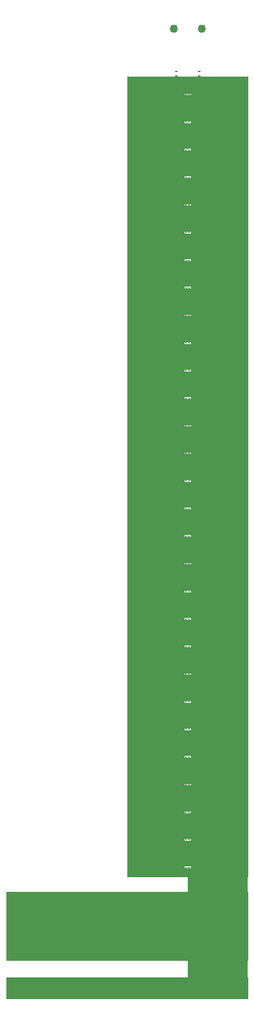
<source format=gts>
G04*
G04 #@! TF.GenerationSoftware,Altium Limited,Altium Designer,25.3.3 (18)*
G04*
G04 Layer_Color=8388736*
%FSLAX25Y25*%
%MOIN*%
G70*
G04*
G04 #@! TF.SameCoordinates,C26FD52E-3306-4ED3-9720-8CB08B7D1827*
G04*
G04*
G04 #@! TF.FilePolarity,Negative*
G04*
G01*
G75*
%ADD11R,0.01417X0.00866*%
%ADD12R,0.00799X0.00898*%
%ADD13R,1.26805X0.11811*%
%ADD14R,0.31701X0.60500*%
%ADD15R,1.26805X0.36181*%
%ADD16C,0.04343*%
G36*
X229305Y570410D02*
Y556000D01*
Y541589D01*
Y527179D01*
Y512768D01*
Y498358D01*
Y483947D01*
Y469537D01*
Y455126D01*
Y440716D01*
Y426306D01*
Y411895D01*
Y397485D01*
Y383074D01*
Y368664D01*
Y354253D01*
Y339843D01*
Y325432D01*
Y311022D01*
Y296611D01*
Y282201D01*
Y267791D01*
Y253380D01*
Y238970D01*
Y224559D01*
Y210149D01*
Y195738D01*
Y181328D01*
Y166917D01*
X165902D01*
Y181328D01*
Y195738D01*
Y210149D01*
Y224559D01*
Y238970D01*
Y253380D01*
Y267791D01*
Y282201D01*
Y296611D01*
Y311022D01*
Y325432D01*
Y339843D01*
Y354253D01*
Y368664D01*
Y383074D01*
Y397485D01*
Y411895D01*
Y426306D01*
Y440716D01*
Y455126D01*
Y469537D01*
Y483947D01*
Y498358D01*
Y512768D01*
Y527179D01*
Y541589D01*
Y556000D01*
Y570410D01*
Y584821D01*
X229305D01*
Y570410D01*
D02*
G37*
%LPC*%
G36*
X198855Y576005D02*
X197861Y576004D01*
X197346D01*
X196352Y576005D01*
X195958Y576005D01*
Y575107D01*
X196160D01*
X197155Y575106D01*
X198056D01*
X199050Y575107D01*
X199249D01*
Y576005D01*
X198855Y576005D01*
D02*
G37*
G36*
Y561594D02*
X197861Y561593D01*
X197346D01*
X196352Y561594D01*
X195958Y561594D01*
Y560697D01*
X196160D01*
X197155Y560695D01*
X198056D01*
X199050Y560697D01*
X199249D01*
Y561594D01*
X198855Y561594D01*
D02*
G37*
G36*
Y547184D02*
X197861Y547183D01*
X197346D01*
X196352Y547184D01*
X195958Y547184D01*
Y546286D01*
X196160D01*
X197155Y546285D01*
X198056D01*
X199050Y546286D01*
X199249D01*
Y547184D01*
X198855Y547184D01*
D02*
G37*
G36*
Y532773D02*
X197861Y532772D01*
X197346D01*
X196352Y532773D01*
X195958Y532773D01*
Y531876D01*
X196160D01*
X197155Y531875D01*
X198056D01*
X199050Y531876D01*
X199249D01*
Y532773D01*
X198855Y532773D01*
D02*
G37*
G36*
Y518363D02*
X197861Y518362D01*
X197346D01*
X196352Y518363D01*
X195958Y518363D01*
Y517465D01*
X196160D01*
X197155Y517464D01*
X198056D01*
X199050Y517465D01*
X199249D01*
Y518363D01*
X198855Y518363D01*
D02*
G37*
G36*
Y503953D02*
X197861Y503951D01*
X197346D01*
X196352Y503953D01*
X195958Y503953D01*
Y503055D01*
X196160D01*
X197155Y503054D01*
X198056D01*
X199050Y503055D01*
X199249D01*
Y503953D01*
X198855Y503953D01*
D02*
G37*
G36*
Y489542D02*
X197861Y489541D01*
X197346D01*
X196352Y489542D01*
X195958Y489542D01*
Y488644D01*
X196160D01*
X197155Y488643D01*
X198056D01*
X199050Y488644D01*
X199249D01*
Y489542D01*
X198855Y489542D01*
D02*
G37*
G36*
Y475132D02*
X197861Y475130D01*
X197346D01*
X196352Y475132D01*
X195958Y475132D01*
Y474234D01*
X196160D01*
X197155Y474233D01*
X198056D01*
X199050Y474234D01*
X199249D01*
Y475132D01*
X198855Y475132D01*
D02*
G37*
G36*
Y460721D02*
X197861Y460720D01*
X197346D01*
X196352Y460721D01*
X195958Y460721D01*
Y459824D01*
X196160D01*
X197155Y459822D01*
X198056D01*
X199050Y459824D01*
X199249D01*
Y460721D01*
X198855Y460721D01*
D02*
G37*
G36*
Y446311D02*
X197861Y446309D01*
X197346D01*
X196352Y446311D01*
X195958Y446311D01*
Y445413D01*
X196160D01*
X197155Y445412D01*
X198056D01*
X199050Y445413D01*
X199249D01*
Y446311D01*
X198855Y446311D01*
D02*
G37*
G36*
Y431900D02*
X197861Y431899D01*
X197346D01*
X196352Y431900D01*
X195958Y431900D01*
Y431003D01*
X196160D01*
X197155Y431001D01*
X198056D01*
X199050Y431003D01*
X199249D01*
Y431900D01*
X198855Y431900D01*
D02*
G37*
G36*
Y417490D02*
X197861Y417488D01*
X197346D01*
X196352Y417490D01*
X195958Y417490D01*
Y416592D01*
X196160D01*
X197155Y416591D01*
X198056D01*
X199050Y416592D01*
X199249D01*
Y417490D01*
X198855Y417490D01*
D02*
G37*
G36*
Y403079D02*
X197861Y403078D01*
X197346D01*
X196352Y403079D01*
X195958Y403079D01*
Y402182D01*
X196160D01*
X197155Y402180D01*
X198056D01*
X199050Y402182D01*
X199249D01*
Y403079D01*
X198855Y403079D01*
D02*
G37*
G36*
Y388669D02*
X197861Y388667D01*
X197346D01*
X196352Y388669D01*
X195958Y388669D01*
Y387771D01*
X196160D01*
X197155Y387770D01*
X198056D01*
X199050Y387771D01*
X199249D01*
Y388669D01*
X198855Y388669D01*
D02*
G37*
G36*
Y374258D02*
X197861Y374257D01*
X197346D01*
X196352Y374258D01*
X195958Y374258D01*
Y373361D01*
X196160D01*
X197155Y373359D01*
X198056D01*
X199050Y373361D01*
X199249D01*
Y374258D01*
X198855Y374258D01*
D02*
G37*
G36*
Y359848D02*
X197861Y359847D01*
X197346D01*
X196352Y359848D01*
X195958Y359848D01*
Y358950D01*
X196160D01*
X197155Y358949D01*
X198056D01*
X199050Y358950D01*
X199249D01*
Y359848D01*
X198855Y359848D01*
D02*
G37*
G36*
Y345438D02*
X197861Y345436D01*
X197346D01*
X196352Y345438D01*
X195958Y345438D01*
Y344540D01*
X196160D01*
X197155Y344538D01*
X198056D01*
X199050Y344540D01*
X199249D01*
Y345438D01*
X198855Y345438D01*
D02*
G37*
G36*
Y331027D02*
X197861Y331026D01*
X197346D01*
X196352Y331027D01*
X195958Y331027D01*
Y330129D01*
X196160D01*
X197155Y330128D01*
X198056D01*
X199050Y330129D01*
X199249D01*
Y331027D01*
X198855Y331027D01*
D02*
G37*
G36*
Y316617D02*
X197861Y316615D01*
X197346D01*
X196352Y316617D01*
X195958Y316617D01*
Y315719D01*
X196160D01*
X197155Y315718D01*
X198056D01*
X199050Y315719D01*
X199249D01*
Y316617D01*
X198855Y316617D01*
D02*
G37*
G36*
Y302206D02*
X197861Y302205D01*
X197346D01*
X196352Y302206D01*
X195958Y302206D01*
Y301308D01*
X196160D01*
X197155Y301307D01*
X198056D01*
X199050Y301308D01*
X199249D01*
Y302206D01*
X198855Y302206D01*
D02*
G37*
G36*
Y287796D02*
X197861Y287794D01*
X197346D01*
X196352Y287796D01*
X195958Y287796D01*
Y286898D01*
X196160D01*
X197155Y286897D01*
X198056D01*
X199050Y286898D01*
X199249D01*
Y287796D01*
X198855Y287796D01*
D02*
G37*
G36*
Y273385D02*
X197861Y273384D01*
X197346D01*
X196352Y273385D01*
X195958Y273385D01*
Y272487D01*
X196160D01*
X197155Y272486D01*
X198056D01*
X199050Y272487D01*
X199249D01*
Y273385D01*
X198855Y273385D01*
D02*
G37*
G36*
Y258975D02*
X197861Y258973D01*
X197346D01*
X196352Y258975D01*
X195958Y258975D01*
Y258077D01*
X196160D01*
X197155Y258076D01*
X198056D01*
X199050Y258077D01*
X199249D01*
Y258975D01*
X198855Y258975D01*
D02*
G37*
G36*
Y244564D02*
X197861Y244563D01*
X197346D01*
X196352Y244564D01*
X195958Y244564D01*
Y243667D01*
X196160D01*
X197155Y243665D01*
X198056D01*
X199050Y243667D01*
X199249D01*
Y244564D01*
X198855Y244564D01*
D02*
G37*
G36*
Y230154D02*
X197861Y230153D01*
X197346D01*
X196352Y230154D01*
X195958Y230154D01*
Y229256D01*
X196160D01*
X197155Y229255D01*
X198056D01*
X199050Y229256D01*
X199249D01*
Y230154D01*
X198855Y230154D01*
D02*
G37*
G36*
Y215743D02*
X197861Y215742D01*
X197346D01*
X196352Y215743D01*
X195958Y215743D01*
Y214846D01*
X196160D01*
X197155Y214844D01*
X198056D01*
X199050Y214846D01*
X199249D01*
Y215743D01*
X198855Y215743D01*
D02*
G37*
G36*
Y201333D02*
X197861Y201332D01*
X197346D01*
X196352Y201333D01*
X195958Y201333D01*
Y200435D01*
X196160D01*
X197155Y200434D01*
X198056D01*
X199050Y200435D01*
X199249D01*
Y201333D01*
X198855Y201333D01*
D02*
G37*
G36*
Y186923D02*
X197861Y186921D01*
X197346D01*
X196352Y186922D01*
X195958Y186922D01*
Y186025D01*
X196160D01*
X197155Y186023D01*
X198056D01*
X199050Y186025D01*
X199249D01*
Y186922D01*
X198855Y186923D01*
D02*
G37*
G36*
Y172512D02*
X197861Y172511D01*
X197346D01*
X196352Y172512D01*
X195958Y172512D01*
Y171614D01*
X196160D01*
X197155Y171613D01*
X198056D01*
X199050Y171614D01*
X199249D01*
Y172512D01*
X198855Y172512D01*
D02*
G37*
%LPD*%
D11*
X191707Y585266D02*
D03*
Y587746D02*
D03*
X203500Y585266D02*
D03*
Y587746D02*
D03*
D12*
X196755Y172060D02*
D03*
X198452D02*
D03*
X196755Y186470D02*
D03*
X198452D02*
D03*
X196755Y200881D02*
D03*
X198452D02*
D03*
X196755Y244112D02*
D03*
X198452D02*
D03*
X196755Y229702D02*
D03*
X198452D02*
D03*
X196755Y215291D02*
D03*
X198452D02*
D03*
X196755Y301754D02*
D03*
X198452D02*
D03*
X196755Y316165D02*
D03*
X198452D02*
D03*
X196755Y330575D02*
D03*
X198452D02*
D03*
X196755Y287344D02*
D03*
X198452D02*
D03*
X196755Y272933D02*
D03*
X198452D02*
D03*
X196755Y258523D02*
D03*
X198452D02*
D03*
X196755Y388217D02*
D03*
X198452D02*
D03*
X196755Y402627D02*
D03*
X198452D02*
D03*
X196755Y417038D02*
D03*
X198452D02*
D03*
X196755Y373806D02*
D03*
X198452D02*
D03*
X196755Y359396D02*
D03*
X198452D02*
D03*
X196755Y344986D02*
D03*
X198452D02*
D03*
X196755Y474680D02*
D03*
X198452D02*
D03*
X196755Y489090D02*
D03*
X198452D02*
D03*
X196755Y503501D02*
D03*
X198452D02*
D03*
X196755Y460269D02*
D03*
X198452D02*
D03*
X196755Y445859D02*
D03*
X198452D02*
D03*
X196755Y431448D02*
D03*
X198452D02*
D03*
X196755Y517911D02*
D03*
X198452D02*
D03*
X196755Y532322D02*
D03*
X198452D02*
D03*
X196755Y546732D02*
D03*
X198452D02*
D03*
X196755Y561142D02*
D03*
X198452D02*
D03*
X196755Y575553D02*
D03*
X198452D02*
D03*
D13*
X165902Y108905D02*
D03*
D14*
X213454Y139007D02*
D03*
D15*
X165902Y141258D02*
D03*
D16*
X190185Y609980D02*
D03*
X205037D02*
D03*
M02*

</source>
